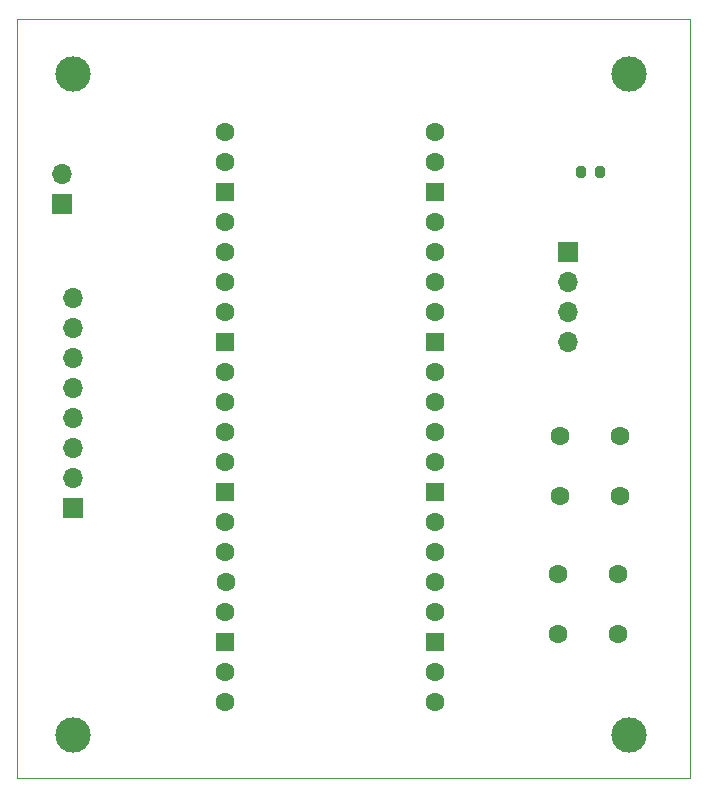
<source format=gbr>
%TF.GenerationSoftware,KiCad,Pcbnew,7.0.10*%
%TF.CreationDate,2024-03-20T10:30:33+05:30*%
%TF.ProjectId,TopSide_PCB,546f7053-6964-4655-9f50-43422e6b6963,rev?*%
%TF.SameCoordinates,Original*%
%TF.FileFunction,Soldermask,Top*%
%TF.FilePolarity,Negative*%
%FSLAX46Y46*%
G04 Gerber Fmt 4.6, Leading zero omitted, Abs format (unit mm)*
G04 Created by KiCad (PCBNEW 7.0.10) date 2024-03-20 10:30:33*
%MOMM*%
%LPD*%
G01*
G04 APERTURE LIST*
G04 Aperture macros list*
%AMRoundRect*
0 Rectangle with rounded corners*
0 $1 Rounding radius*
0 $2 $3 $4 $5 $6 $7 $8 $9 X,Y pos of 4 corners*
0 Add a 4 corners polygon primitive as box body*
4,1,4,$2,$3,$4,$5,$6,$7,$8,$9,$2,$3,0*
0 Add four circle primitives for the rounded corners*
1,1,$1+$1,$2,$3*
1,1,$1+$1,$4,$5*
1,1,$1+$1,$6,$7*
1,1,$1+$1,$8,$9*
0 Add four rect primitives between the rounded corners*
20,1,$1+$1,$2,$3,$4,$5,0*
20,1,$1+$1,$4,$5,$6,$7,0*
20,1,$1+$1,$6,$7,$8,$9,0*
20,1,$1+$1,$8,$9,$2,$3,0*%
G04 Aperture macros list end*
%ADD10C,3.000000*%
%ADD11RoundRect,0.200000X-0.200000X-0.275000X0.200000X-0.275000X0.200000X0.275000X-0.200000X0.275000X0*%
%ADD12C,1.600000*%
%ADD13RoundRect,0.200000X-0.600000X-0.600000X0.600000X-0.600000X0.600000X0.600000X-0.600000X0.600000X0*%
%ADD14R,1.700000X1.700000*%
%ADD15O,1.700000X1.700000*%
%TA.AperFunction,Profile*%
%ADD16C,0.100000*%
%TD*%
G04 APERTURE END LIST*
D10*
%TO.C,H4*%
X154000000Y-26000000D03*
%TD*%
%TO.C,H3*%
X154000000Y-82000000D03*
%TD*%
%TO.C,H2*%
X107000000Y-82000000D03*
%TD*%
%TO.C,H1*%
X107000000Y-26000000D03*
%TD*%
D11*
%TO.C,R1*%
X149971244Y-34279042D03*
X151621244Y-34279042D03*
%TD*%
D12*
%TO.C,U1*%
X119837200Y-30886400D03*
X119837200Y-33426400D03*
D13*
X119837200Y-35966400D03*
D12*
X119837200Y-38506400D03*
X119837200Y-41046400D03*
X119837200Y-43586400D03*
X119837200Y-46126400D03*
D13*
X119837200Y-48666400D03*
D12*
X119837200Y-51206400D03*
X119837200Y-53746400D03*
X119837200Y-56286400D03*
X119837200Y-58826400D03*
D13*
X119837200Y-61366400D03*
D12*
X119837200Y-63906400D03*
X119837200Y-66446400D03*
X119879081Y-68986400D03*
X119837200Y-71526400D03*
D13*
X119837200Y-74066400D03*
D12*
X119837200Y-76606400D03*
X119837200Y-79146400D03*
X137617200Y-79146400D03*
X137617200Y-76606400D03*
D13*
X137617200Y-74066400D03*
D12*
X137617200Y-71526400D03*
X137617200Y-68986400D03*
X137617200Y-66446400D03*
X137617200Y-63906400D03*
D13*
X137617200Y-61366400D03*
D12*
X137617200Y-58826400D03*
X137617200Y-56286400D03*
X137617200Y-53746400D03*
X137617200Y-51206400D03*
D13*
X137617200Y-48666400D03*
D12*
X137617200Y-46126400D03*
X137617200Y-43586400D03*
X137617200Y-41046400D03*
X137617200Y-38506400D03*
D13*
X137617200Y-35966400D03*
D12*
X137617200Y-33426400D03*
X137617200Y-30886400D03*
%TD*%
D14*
%TO.C,U2*%
X148857600Y-41054000D03*
D15*
X148857600Y-43594000D03*
X148857600Y-46134000D03*
X148857600Y-48674000D03*
%TD*%
D12*
%TO.C,B2*%
X148011310Y-68302873D03*
X148011310Y-73382873D03*
X153091310Y-73382873D03*
X153091310Y-68302873D03*
%TD*%
D14*
%TO.C,J2*%
X106033200Y-36980000D03*
D15*
X106033200Y-34440000D03*
%TD*%
D14*
%TO.C,J1*%
X107000000Y-62780000D03*
D15*
X107000000Y-60240000D03*
X107000000Y-57700000D03*
X107000000Y-55160000D03*
X107000000Y-52620000D03*
X107000000Y-50080000D03*
X107000000Y-47540000D03*
X107000000Y-45000000D03*
%TD*%
D12*
%TO.C,B1*%
X148214510Y-56618873D03*
X148214510Y-61698873D03*
X153294510Y-61698873D03*
X153294510Y-56618873D03*
%TD*%
D16*
X102260400Y-21386800D02*
X159207200Y-21386800D01*
X159207200Y-85648800D01*
X102260400Y-85648800D01*
X102260400Y-21386800D01*
M02*

</source>
